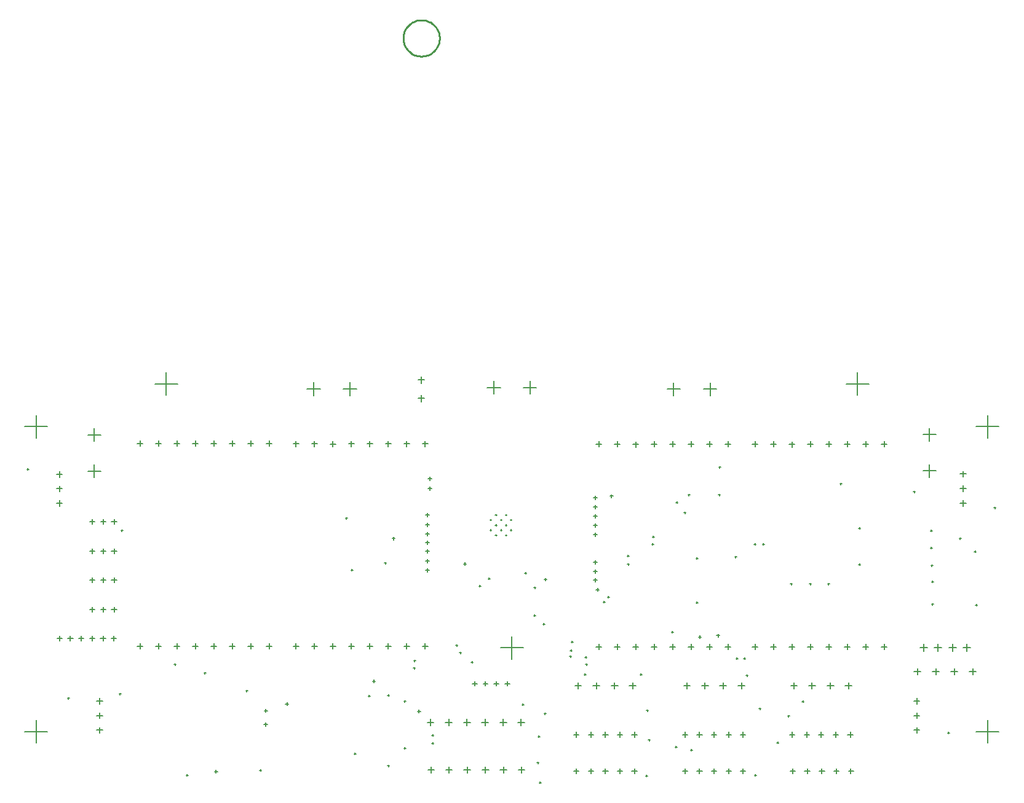
<source format=gbr>
%FSTAX23Y23*%
%MOIN*%
%SFA1B1*%

%IPPOS*%
%ADD14C,0.010000*%
%ADD15C,0.005000*%
%LNbrushed_pcb_drillmap_1-1*%
%LPD*%
G54D14*
X-00392Y02938D02*
D01*
X-00392Y02945*
X-00393Y02951*
X-00394Y02958*
X-00396Y02965*
X-00398Y02971*
X-00401Y02978*
X-00404Y02984*
X-00407Y0299*
X-00411Y02995*
X-00415Y03001*
X-0042Y03006*
X-00425Y03011*
X-0043Y03015*
X-00435Y03019*
X-00441Y03023*
X-00447Y03026*
X-00454Y03029*
X-0046Y03031*
X-00467Y03033*
X-00473Y03035*
X-0048Y03036*
X-00487Y03036*
X-00494*
X-00501Y03036*
X-00508Y03035*
X-00514Y03033*
X-00521Y03031*
X-00527Y03029*
X-00534Y03026*
X-0054Y03023*
X-00545Y03019*
X-00551Y03015*
X-00556Y03011*
X-00561Y03006*
X-00566Y03001*
X-0057Y02995*
X-00574Y0299*
X-00577Y02984*
X-0058Y02978*
X-00583Y02971*
X-00585Y02965*
X-00587Y02958*
X-00588Y02951*
X-00589Y02945*
X-00589Y02938*
X-00589Y02931*
X-00588Y02924*
X-00587Y02917*
X-00585Y02911*
X-00583Y02904*
X-0058Y02898*
X-00577Y02891*
X-00574Y02885*
X-0057Y0288*
X-00566Y02874*
X-00561Y02869*
X-00556Y02864*
X-00551Y0286*
X-00545Y02856*
X-0054Y02852*
X-00534Y02849*
X-00527Y02846*
X-00521Y02844*
X-00514Y02842*
X-00508Y02841*
X-00501Y0284*
X-00494Y02839*
X-00487*
X-0048Y0284*
X-00473Y02841*
X-00467Y02842*
X-0046Y02844*
X-00454Y02846*
X-00447Y02849*
X-00441Y02852*
X-00435Y02856*
X-0043Y0286*
X-00425Y02864*
X-0042Y02869*
X-00415Y02874*
X-00411Y0288*
X-00407Y02885*
X-00404Y02891*
X-00401Y02898*
X-00398Y02904*
X-00396Y02911*
X-00394Y02917*
X-00393Y02924*
X-00392Y02931*
X-00392Y02938*
G54D15*
X-00133Y01042D02*
X-00062D01*
X-00098Y01007D02*
Y01077D01*
X00063Y01042D02*
X00133D01*
X00098Y01007D02*
Y01077D01*
X-01731Y00738D02*
X-01701D01*
X-01716Y00723D02*
Y00753D01*
X-01831Y00738D02*
X-01801D01*
X-01816Y00723D02*
Y00753D01*
X-02299Y00589D02*
X-02228D01*
X-02263Y00554D02*
Y00625D01*
X-01931Y00738D02*
X-01901D01*
X-01916Y00723D02*
Y00753D01*
X-02031Y00738D02*
X-02001D01*
X-02016Y00723D02*
Y00753D01*
X-02299Y00786D02*
X-02228D01*
X-02263Y00751D02*
Y00821D01*
X-01086Y00737D02*
X-01056D01*
X-01071Y00722D02*
Y00752D01*
X-01186Y00737D02*
X-01156D01*
X-01171Y00722D02*
Y00752D01*
X-0111Y01034D02*
X-01039D01*
X-01074Y00999D02*
Y0107D01*
X-00886Y00737D02*
X-00856D01*
X-00871Y00722D02*
Y00752D01*
X-00986Y00736D02*
X-00956D01*
X-00971Y00721D02*
Y00751D01*
X-00913Y01034D02*
X-00842D01*
X-00877Y00999D02*
Y0107D01*
X01039Y01033D02*
X0111D01*
X01074Y00997D02*
Y01068D01*
X00756Y00735D02*
X00786D01*
X00771Y0072D02*
Y0075D01*
X00656Y00734D02*
X00686D01*
X00671Y00719D02*
Y00749D01*
X00842Y01033D02*
X00913D01*
X00877Y00997D02*
Y01068D01*
X00556Y00735D02*
X00586D01*
X00571Y0072D02*
Y0075D01*
X00456Y00735D02*
X00486D01*
X00471Y0072D02*
Y0075D01*
X02228Y00787D02*
X02299D01*
X02263Y00751D02*
Y00822D01*
X01603Y00735D02*
X01633D01*
X01618Y0072D02*
Y0075D01*
X01503Y00734D02*
X01533D01*
X01518Y00719D02*
Y00749D01*
X02228Y0059D02*
X02299D01*
X02263Y00555D02*
Y00625D01*
X01403Y00735D02*
X01433D01*
X01418Y0072D02*
Y0075D01*
X01303Y00735D02*
X01333D01*
X01318Y0072D02*
Y0075D01*
X-00458Y-00775D02*
X-00423D01*
X-00441Y-00793D02*
Y-00757D01*
X-0036Y-00775D02*
X-00325D01*
X-00342Y-00793D02*
Y-00757D01*
X-00262Y-00775D02*
X-00226D01*
X-00244Y-00793D02*
Y-00757D01*
X-00163Y-00775D02*
X-00128D01*
X-00145Y-00793D02*
Y-00757D01*
X-00065Y-00775D02*
X-00029D01*
X-00047Y-00793D02*
Y-00757D01*
X00033Y-00775D02*
X00068D01*
X0005Y-00793D02*
Y-00757D01*
X00335Y-01038D02*
X00363D01*
X00349Y-01052D02*
Y-01024D01*
X00414Y-01038D02*
X00442D01*
X00428Y-01052D02*
Y-01024D01*
X00493Y-01038D02*
X00521D01*
X00507Y-01052D02*
Y-01024D01*
X00572Y-01038D02*
X00599D01*
X00585Y-01052D02*
Y-01024D01*
X0065Y-01038D02*
X00678D01*
X00664Y-01052D02*
Y-01024D01*
X-00061Y-0037D02*
X00061D01*
X0Y-00431D02*
Y-00309D01*
X00931Y-00576D02*
X00966D01*
X00948Y-00593D02*
Y-00558D01*
X01029Y-00576D02*
X01064D01*
X01047Y-00593D02*
Y-00558D01*
X01127Y-00576D02*
X01163D01*
X01145Y-00593D02*
Y-00558D01*
X01226Y-00576D02*
X01261D01*
X01244Y-00593D02*
Y-00558D01*
X0218Y-00499D02*
X02216D01*
X02198Y-00517D02*
Y-00481D01*
X0228Y-00499D02*
X02316D01*
X02298Y-00517D02*
Y-00481D01*
X0238Y-00499D02*
X02416D01*
X02398Y-00517D02*
Y-00481D01*
X0248Y-00499D02*
X02516D01*
X02498Y-00517D02*
Y-00481D01*
X02211Y-00369D02*
X02251D01*
X02231Y-00389D02*
Y-0035D01*
X02447Y-00369D02*
X02487D01*
X02467Y-00389D02*
Y-0035D01*
X02369Y-00369D02*
X02408D01*
X02388Y-00389D02*
Y-0035D01*
X0229Y-00369D02*
X02329D01*
X0231Y-00389D02*
Y-0035D01*
X-02466Y-00318D02*
X-02438D01*
X-02452Y-00332D02*
Y-00305D01*
X-02407Y-00318D02*
X-02379D01*
X-02393Y-00332D02*
Y-00305D01*
X-02348Y-00318D02*
X-0232D01*
X-02334Y-00332D02*
Y-00305D01*
X-02289Y-00318D02*
X-02261D01*
X-02275Y-00332D02*
Y-00305D01*
X-0223Y-00318D02*
X-02202D01*
X-02216Y-00332D02*
Y-00305D01*
X-02171Y-00318D02*
X-02143D01*
X-02157Y-00332D02*
Y-00305D01*
X01811Y01062D02*
X01934D01*
X01873Y01001D02*
Y01123D01*
X0243Y00573D02*
X02462D01*
X02446Y00557D02*
Y00588D01*
X0243Y00494D02*
X02462D01*
X02446Y00478D02*
Y0051D01*
X0243Y00415D02*
X02462D01*
X02446Y00399D02*
Y00431D01*
X-01331Y-00361D02*
X-01301D01*
X-01316Y-00376D02*
Y-00346D01*
X-01431Y-00361D02*
X-01401D01*
X-01416Y-00376D02*
Y-00346D01*
X-01531Y-00361D02*
X-01501D01*
X-01516Y-00376D02*
Y-00346D01*
X-01631Y-00361D02*
X-01601D01*
X-01616Y-00376D02*
Y-00346D01*
X-01731Y-00361D02*
X-01701D01*
X-01716Y-00376D02*
Y-00346D01*
X-01831Y-00361D02*
X-01801D01*
X-01816Y-00376D02*
Y-00346D01*
X-01931Y-00361D02*
X-01901D01*
X-01916Y-00376D02*
Y-00346D01*
X-02031Y-00361D02*
X-02001D01*
X-02016Y-00376D02*
Y-00346D01*
X-01631Y00738D02*
X-01601D01*
X-01616Y00723D02*
Y00753D01*
X-01431Y00738D02*
X-01401D01*
X-01416Y00723D02*
Y00753D01*
X-01331Y00738D02*
X-01301D01*
X-01316Y00723D02*
Y00753D01*
X-01531Y00738D02*
X-01501D01*
X-01516Y00723D02*
Y00753D01*
X-00486Y-00362D02*
X-00456D01*
X-00471Y-00377D02*
Y-00347D01*
X-00586Y-00362D02*
X-00556D01*
X-00571Y-00377D02*
Y-00347D01*
X-00686Y-00362D02*
X-00656D01*
X-00671Y-00377D02*
Y-00347D01*
X-00786Y-00362D02*
X-00756D01*
X-00771Y-00377D02*
Y-00347D01*
X-00886Y-00362D02*
X-00856D01*
X-00871Y-00377D02*
Y-00347D01*
X-00986Y-00362D02*
X-00956D01*
X-00971Y-00377D02*
Y-00347D01*
X-01086Y-00362D02*
X-01056D01*
X-01071Y-00377D02*
Y-00347D01*
X-01186Y-00362D02*
X-01156D01*
X-01171Y-00377D02*
Y-00347D01*
X-00786Y00737D02*
X-00756D01*
X-00771Y00722D02*
Y00752D01*
X-00586Y00737D02*
X-00556D01*
X-00571Y00722D02*
Y00752D01*
X-00486Y00737D02*
X-00456D01*
X-00471Y00722D02*
Y00752D01*
X-00686Y00737D02*
X-00656D01*
X-00671Y00722D02*
Y00752D01*
X01156Y-00364D02*
X01186D01*
X01171Y-00379D02*
Y-00349D01*
X01056Y-00364D02*
X01086D01*
X01071Y-00379D02*
Y-00349D01*
X00956Y-00364D02*
X00986D01*
X00971Y-00379D02*
Y-00349D01*
X00856Y-00364D02*
X00886D01*
X00871Y-00379D02*
Y-00349D01*
X00756Y-00364D02*
X00786D01*
X00771Y-00379D02*
Y-00349D01*
X00656Y-00364D02*
X00686D01*
X00671Y-00379D02*
Y-00349D01*
X00556Y-00364D02*
X00586D01*
X00571Y-00379D02*
Y-00349D01*
X00456Y-00364D02*
X00486D01*
X00471Y-00379D02*
Y-00349D01*
X00856Y00735D02*
X00886D01*
X00871Y0072D02*
Y0075D01*
X01056Y00735D02*
X01086D01*
X01071Y0072D02*
Y0075D01*
X01156Y00735D02*
X01186D01*
X01171Y0072D02*
Y0075D01*
X00956Y00735D02*
X00986D01*
X00971Y0072D02*
Y0075D01*
X02003Y-00364D02*
X02033D01*
X02018Y-00379D02*
Y-00349D01*
X01903Y-00364D02*
X01933D01*
X01918Y-00379D02*
Y-00349D01*
X01803Y-00364D02*
X01833D01*
X01818Y-00379D02*
Y-00349D01*
X01703Y-00364D02*
X01733D01*
X01718Y-00379D02*
Y-00349D01*
X01603Y-00364D02*
X01633D01*
X01618Y-00379D02*
Y-00349D01*
X01503Y-00364D02*
X01533D01*
X01518Y-00379D02*
Y-00349D01*
X01403Y-00364D02*
X01433D01*
X01418Y-00379D02*
Y-00349D01*
X01303Y-00364D02*
X01333D01*
X01318Y-00379D02*
Y-00349D01*
X01703Y00735D02*
X01733D01*
X01718Y0072D02*
Y0075D01*
X01903Y00735D02*
X01933D01*
X01918Y0072D02*
Y0075D01*
X02003Y00735D02*
X02033D01*
X02018Y0072D02*
Y0075D01*
X01803Y00735D02*
X01833D01*
X01818Y0072D02*
Y0075D01*
X-0225Y-00816D02*
X-02218D01*
X-02234Y-00832D02*
Y-00801D01*
X-0225Y-00738D02*
X-02218D01*
X-02234Y-00753D02*
Y-00722D01*
X-0225Y-00659D02*
X-02218D01*
X-02234Y-00675D02*
Y-00643D01*
X-02468Y00414D02*
X-02437D01*
X-02452Y00399D02*
Y0043D01*
X-02468Y00493D02*
X-02437D01*
X-02452Y00477D02*
Y00509D01*
X-02468Y00572D02*
X-02437D01*
X-02452Y00556D02*
Y00588D01*
X0124Y-00841D02*
X01267D01*
X01253Y-00855D02*
Y-00827D01*
X0065Y-00841D02*
X00678D01*
X00664Y-00855D02*
Y-00827D01*
X0124Y-01038D02*
X01267D01*
X01253Y-01052D02*
Y-01024D01*
X01824Y-01038D02*
X01851D01*
X01837Y-01052D02*
Y-01024D01*
X0182Y-00841D02*
X01848D01*
X01834Y-00855D02*
Y-00827D01*
X-02288Y-00162D02*
X-0226D01*
X-02274Y-00176D02*
Y-00148D01*
X-02288Y00155D02*
X-0226D01*
X-02274Y00141D02*
Y00168D01*
X-02288Y00314D02*
X-0226D01*
X-02274Y00301D02*
Y00328D01*
X-02288Y-00002D02*
X-0226D01*
X-02274Y-00016D02*
Y00011D01*
X-0217Y00314D02*
X-02142D01*
X-02156Y00301D02*
Y00328D01*
X-02229Y00314D02*
X-02201D01*
X-02215Y00301D02*
Y00328D01*
X-02229Y00155D02*
X-02201D01*
X-02215Y00141D02*
Y00168D01*
X-0217Y00155D02*
X-02142D01*
X-02156Y00141D02*
Y00168D01*
X-02229Y-00002D02*
X-02201D01*
X-02215Y-00016D02*
Y00011D01*
X-0217Y-00002D02*
X-02142D01*
X-02156Y-00016D02*
Y00011D01*
X-02229Y-00162D02*
X-02201D01*
X-02215Y-00176D02*
Y-00148D01*
X-0217Y-00162D02*
X-02142D01*
X-02156Y-00176D02*
Y-00148D01*
X-00035Y00241D02*
X-00027D01*
X-00031Y00237D02*
Y00245D01*
X-0009Y00241D02*
X-00082D01*
X-00086Y00237D02*
Y00245D01*
X-00035Y00296D02*
X-00027D01*
X-00031Y00292D02*
Y003D01*
X-0009Y00296D02*
X-00082D01*
X-00086Y00292D02*
Y003D01*
X-00035Y00351D02*
X-00027D01*
X-00031Y00348D02*
Y00355D01*
X-0009Y00351D02*
X-00082D01*
X-00086Y00348D02*
Y00355D01*
X-00007Y00269D02*
X0D01*
X-00003Y00265D02*
Y00273D01*
X-00062Y00269D02*
X-00055D01*
X-00059Y00265D02*
Y00273D01*
X-00118Y00269D02*
X-0011D01*
X-00114Y00265D02*
Y00273D01*
X-00007Y00324D02*
X0D01*
X-00003Y0032D02*
Y00328D01*
X-00118Y00324D02*
X-0011D01*
X-00114Y0032D02*
Y00328D01*
X-00062Y00324D02*
X-00055D01*
X-00059Y0032D02*
Y00328D01*
X-00509Y01084D02*
X-00474D01*
X-00492Y01066D02*
Y01101D01*
X-00509Y00984D02*
X-00474D01*
X-00492Y00966D02*
Y01001D01*
X-00456Y-01032D02*
X-00421D01*
X-00439Y-0105D02*
Y-01014D01*
X-00358Y-01032D02*
X-00323D01*
X-0034Y-0105D02*
Y-01014D01*
X-0026Y-01032D02*
X-00224D01*
X-00242Y-0105D02*
Y-01014D01*
X-00161Y-01032D02*
X-00126D01*
X-00143Y-0105D02*
Y-01014D01*
X-00063Y-01032D02*
X-00027D01*
X-00045Y-0105D02*
Y-01014D01*
X00035Y-01032D02*
X0007D01*
X00052Y-0105D02*
Y-01014D01*
X00925Y-00841D02*
X00952D01*
X00938Y-00855D02*
Y-00827D01*
X01003Y-00841D02*
X01031D01*
X01017Y-00855D02*
Y-00827D01*
X01082Y-00841D02*
X0111D01*
X01096Y-00855D02*
Y-00827D01*
X01161Y-00841D02*
X01188D01*
X01175Y-00855D02*
Y-00827D01*
X00637Y-00576D02*
X00673D01*
X00655Y-00593D02*
Y-00558D01*
X00539Y-00576D02*
X00574D01*
X00557Y-00593D02*
Y-00558D01*
X0044Y-00576D02*
X00476D01*
X00458Y-00593D02*
Y-00558D01*
X00342Y-00576D02*
X00377D01*
X0036Y-00593D02*
Y-00558D01*
X01807Y-00576D02*
X01842D01*
X01824Y-00593D02*
Y-00558D01*
X01708Y-00576D02*
X01744D01*
X01726Y-00593D02*
Y-00558D01*
X0161Y-00576D02*
X01645D01*
X01627Y-00593D02*
Y-00558D01*
X01511Y-00576D02*
X01547D01*
X01529Y-00593D02*
Y-00558D01*
X-0264Y-00824D02*
X-02517D01*
X-02579Y-00885D02*
Y-00763D01*
X02517Y-00824D02*
X0264D01*
X02579Y-00885D02*
Y-00763D01*
X02517Y0083D02*
X0264D01*
X02579Y00769D02*
Y00891D01*
X-01934Y01062D02*
X-01811D01*
X-01873Y01001D02*
Y01123D01*
X-0264Y0083D02*
X-02517D01*
X-02579Y00769D02*
Y00891D01*
X-00215Y-00564D02*
X-00189D01*
X-00202Y-00577D02*
Y-00552D01*
X-00156Y-00564D02*
X-0013D01*
X-00143Y-00577D02*
Y-00552D01*
X-00097Y-00564D02*
X-00071D01*
X-00084Y-00577D02*
Y-00552D01*
X-00038Y-00564D02*
X-00012D01*
X-00025Y-00577D02*
Y-00552D01*
X00572Y-00841D02*
X00599D01*
X00585Y-00855D02*
Y-00827D01*
X00493Y-00841D02*
X00521D01*
X00507Y-00855D02*
Y-00827D01*
X00414Y-00841D02*
X00442D01*
X00428Y-00855D02*
Y-00827D01*
X00335Y-00841D02*
X00363D01*
X00349Y-00855D02*
Y-00827D01*
X01161Y-01038D02*
X01188D01*
X01175Y-01052D02*
Y-01024D01*
X01082Y-01038D02*
X0111D01*
X01096Y-01052D02*
Y-01024D01*
X01003Y-01038D02*
X01031D01*
X01017Y-01052D02*
Y-01024D01*
X00925Y-01038D02*
X00952D01*
X00938Y-01052D02*
Y-01024D01*
X01745Y-01038D02*
X01773D01*
X01759Y-01052D02*
Y-01024D01*
X01666Y-01038D02*
X01694D01*
X0168Y-01052D02*
Y-01024D01*
X01587Y-01038D02*
X01615D01*
X01601Y-01052D02*
Y-01024D01*
X01509Y-01038D02*
X01536D01*
X01523Y-01052D02*
Y-01024D01*
X01742Y-00841D02*
X01769D01*
X01755Y-00855D02*
Y-00827D01*
X01663Y-00841D02*
X0169D01*
X01677Y-00855D02*
Y-00827D01*
X01584Y-00841D02*
X01612D01*
X01598Y-00855D02*
Y-00827D01*
X01505Y-00841D02*
X01533D01*
X01519Y-00855D02*
Y-00827D01*
X02179Y-00659D02*
X0221D01*
X02195Y-00675D02*
Y-00643D01*
X02179Y-00738D02*
X0221D01*
X02195Y-00753D02*
Y-00722D01*
X02179Y-00816D02*
X0221D01*
X02195Y-00832D02*
Y-00801D01*
X0188Y00278D02*
X0189D01*
X01885Y00273D02*
Y00283D01*
X00998Y-00125D02*
X01008D01*
X01003Y-0013D02*
Y-0012D01*
X02176Y00477D02*
X02186D01*
X02181Y00472D02*
Y00482D01*
X01778Y0052D02*
X01788D01*
X01783Y00515D02*
Y00525D01*
X00889Y00418D02*
X00899D01*
X00894Y00413D02*
Y00423D01*
X00933Y00364D02*
X00943D01*
X00938Y00359D02*
Y00369D01*
X-00303Y-00357D02*
X-00293D01*
X-00298Y-00362D02*
Y-00352D01*
X-00284Y-00397D02*
X-00274D01*
X-00279Y-00402D02*
Y-00392D01*
X-00856Y-00944D02*
X-00846D01*
X-00851Y-00949D02*
Y-00939D01*
X-00533Y-0048D02*
X-00523D01*
X-00528Y-00485D02*
Y-00475D01*
X-00902Y00333D02*
X-00892D01*
X-00897Y00328D02*
Y00338D01*
X00442Y-00002D02*
X00461D01*
X00451Y-00012D02*
Y00007D01*
X00442Y00296D02*
X00461D01*
X00451Y00286D02*
Y00306D01*
X00055Y-00678D02*
X00065D01*
X0006Y-00683D02*
Y-00673D01*
X-01766Y-01062D02*
X-01756D01*
X-01761Y-01067D02*
Y-01057D01*
X00532Y00453D02*
X00548D01*
X0054Y00445D02*
Y00461D01*
X00399Y-00459D02*
X00409D01*
X00404Y-00464D02*
Y-00454D01*
X-00511Y-00715D02*
X-00496D01*
X-00503Y-00723D02*
Y-00707D01*
X-00755Y-00551D02*
X-0074D01*
X-00748Y-00559D02*
Y-00543D01*
X-01227Y-00674D02*
X-01211D01*
X-01219Y-00682D02*
Y-00666D01*
X00626Y00083D02*
X00636D01*
X00631Y00078D02*
Y00088D01*
X00625Y00129D02*
X00635D01*
X0063Y00124D02*
Y00134D01*
X00457Y-00054D02*
X00473D01*
X00465Y-00062D02*
Y-00046D01*
X-01612Y-01041D02*
X-01596D01*
X-01604Y-01049D02*
Y-01033D01*
X-00262Y00085D02*
X-00247D01*
X-00254Y00077D02*
Y00093D01*
X00175Y0D02*
X0019D01*
X00183Y-00006D02*
Y00008D01*
X-00649Y00224D02*
X-00633D01*
X-00641Y00216D02*
Y00232D01*
X-01669Y-00506D02*
X-01659D01*
X-01664Y-00511D02*
Y-00501D01*
X-02129Y-00619D02*
X-02119D01*
X-02124Y-00624D02*
Y-00614D01*
X00148Y-01101D02*
X00158D01*
X00153Y-01106D02*
Y-01096D01*
X01358Y00192D02*
X01368D01*
X01363Y00187D02*
Y00197D01*
X00761Y00232D02*
X00771D01*
X00766Y00227D02*
Y00237D01*
X01313Y00192D02*
X01323D01*
X01318Y00187D02*
Y00197D01*
X00758Y00192D02*
X00768D01*
X00763Y00187D02*
Y00197D01*
X02506Y00152D02*
X02516D01*
X02511Y00147D02*
Y00157D01*
X02424Y00224D02*
X02434D01*
X02429Y00219D02*
Y00229D01*
X02513Y-00138D02*
X02523D01*
X02518Y-00143D02*
Y-00133D01*
X02274Y-00133D02*
X02284D01*
X02279Y-00138D02*
Y-00128D01*
X01711Y-00023D02*
X01721D01*
X01716Y-00028D02*
Y-00018D01*
X01208Y00123D02*
X01218D01*
X01213Y00118D02*
Y00128D01*
X0188Y00082D02*
X0189D01*
X01885Y00077D02*
Y00087D01*
X00998Y00115D02*
X01008D01*
X01003Y0011D02*
Y0012D01*
X00865Y-00285D02*
X00875D01*
X0087Y-0029D02*
Y-0028D01*
X01573Y-00661D02*
X01583D01*
X01578Y-00666D02*
Y-00656D01*
X01495Y-0074D02*
X01505D01*
X015Y-00745D02*
Y-00735D01*
X0134Y-00699D02*
X0135D01*
X01345Y-00704D02*
Y-00694D01*
X01437Y-00884D02*
X01447D01*
X01442Y-00889D02*
Y-00879D01*
X00442Y00446D02*
X00461D01*
X00451Y00436D02*
Y00455D01*
X01121Y0061D02*
X01131D01*
X01126Y00605D02*
Y00615D01*
X0112Y0046D02*
X0113D01*
X01125Y00455D02*
Y00465D01*
X00955Y00461D02*
X00965D01*
X0096Y00456D02*
Y00466D01*
X-00673Y-00628D02*
X-00663D01*
X-00668Y-00633D02*
Y-00623D01*
X-00586Y-00659D02*
X-00576D01*
X-00581Y-00664D02*
Y-00654D01*
X0127Y-00519D02*
X0128D01*
X01275Y-00524D02*
Y-00514D01*
X00968Y-00924D02*
X00978D01*
X00973Y-00929D02*
Y-00919D01*
X00884Y-00908D02*
X00894D01*
X00889Y-00913D02*
Y-00903D01*
X0074Y-0087D02*
X0075D01*
X00745Y-00875D02*
Y-00865D01*
X00729Y-00709D02*
X00739D01*
X00734Y-00714D02*
Y-00704D01*
X00317Y-00384D02*
X00327D01*
X00322Y-00389D02*
Y-00379D01*
X00313Y-00417D02*
X00323D01*
X00318Y-00422D02*
Y-00412D01*
X00695Y-00515D02*
X00705D01*
X007Y-0052D02*
Y-0051D01*
X00392Y-00515D02*
X00402D01*
X00397Y-0052D02*
Y-0051D01*
X01011Y-00311D02*
X01027D01*
X01019Y-00318D02*
Y-00303D01*
X01257Y-00428D02*
X01267D01*
X01262Y-00433D02*
Y-00423D01*
X01215Y-00428D02*
X01225D01*
X0122Y-00433D02*
Y-00423D01*
X-00129Y00005D02*
X-00119D01*
X-00124Y0D02*
Y0001D01*
X00495Y-00122D02*
X00505D01*
X005Y-00127D02*
Y-00117D01*
X00518Y-00094D02*
X00528D01*
X00523Y-00099D02*
Y-00089D01*
X0111Y-00303D02*
X01125D01*
X01118Y-00311D02*
Y-00295D01*
X00396Y-00421D02*
X00406D01*
X00401Y-00426D02*
Y-00416D01*
X00321Y-00338D02*
X00331D01*
X00326Y-00343D02*
Y-00333D01*
X-00467Y00102D02*
X-00447D01*
X-00457Y00092D02*
Y00112D01*
X-00467Y00153D02*
X-00447D01*
X-00457Y00143D02*
Y00163D01*
X-00179Y-00034D02*
X-00169D01*
X-00174Y-00039D02*
Y-00029D01*
X-00467Y00051D02*
X-00447D01*
X-00457Y00041D02*
Y00061D01*
X-00872Y00052D02*
X-00862D01*
X-00867Y00047D02*
Y00057D01*
X0012Y-00043D02*
X0013D01*
X00125Y-00048D02*
Y-00038D01*
X-00221Y-00448D02*
X-00211D01*
X-00216Y-00453D02*
Y-00443D01*
X00069Y00035D02*
X00079D01*
X00074Y0003D02*
Y0004D01*
X00142Y-00851D02*
X00152D01*
X00147Y-00856D02*
Y-00846D01*
X00136Y-00993D02*
X00146D01*
X00141Y-00998D02*
Y-00988D01*
X-00586Y-00914D02*
X-00576D01*
X-00581Y-00919D02*
Y-00909D01*
X00168Y-00241D02*
X00178D01*
X00173Y-00246D02*
Y-00236D01*
X00118Y-00195D02*
X00128D01*
X00123Y-002D02*
Y-0019D01*
X-02119Y00267D02*
X-02109D01*
X-02114Y00262D02*
Y00272D01*
X01315Y-01061D02*
X01325D01*
X0132Y-01066D02*
Y-01056D01*
X-00532Y-0044D02*
X-00522D01*
X-00527Y-00445D02*
Y-00435D01*
X00442Y00044D02*
X00461D01*
X00451Y00034D02*
Y00054D01*
X00442Y00095D02*
X00461D01*
X00451Y00085D02*
Y00105D01*
X00442Y00245D02*
X00461D01*
X00451Y00235D02*
Y00255D01*
X00442Y00343D02*
X00461D01*
X00451Y00333D02*
Y00353D01*
X-01367Y-01035D02*
X-01357D01*
X-01362Y-0104D02*
Y-0103D01*
X-02409Y-00643D02*
X-02399D01*
X-02404Y-00648D02*
Y-00638D01*
X-0069Y0009D02*
X-0068D01*
X-00685Y00085D02*
Y00095D01*
X-01344Y-00787D02*
X-01324D01*
X-01334Y-00797D02*
Y-00777D01*
X-01341Y-00711D02*
X-01325D01*
X-01333Y-00718D02*
Y-00703D01*
X-01831Y-0046D02*
X-01821D01*
X-01826Y-00465D02*
Y-00455D01*
X-00779Y-00632D02*
X-00769D01*
X-00774Y-00637D02*
Y-00627D01*
X00724Y-01065D02*
X00734D01*
X00729Y-0107D02*
Y-0106D01*
X-00673Y-01009D02*
X-00663D01*
X-00668Y-01014D02*
Y-01004D01*
X-01442Y-00603D02*
X-01432D01*
X-01437Y-00608D02*
Y-00598D01*
X-00433Y-00844D02*
X-00423D01*
X-00428Y-00849D02*
Y-00839D01*
X-00433Y-00888D02*
X-00423D01*
X-00428Y-00893D02*
Y-00883D01*
X02268Y00266D02*
X02278D01*
X02273Y00261D02*
Y00271D01*
X02274Y-00012D02*
X02284D01*
X02279Y-00017D02*
Y-00007D01*
X02272Y00077D02*
X02282D01*
X02277Y00072D02*
Y00082D01*
X02268Y00172D02*
X02278D01*
X02273Y00167D02*
Y00177D01*
X01613Y-00023D02*
X01623D01*
X01618Y-00028D02*
Y-00018D01*
X0151Y-00023D02*
X0152D01*
X01515Y-00028D02*
Y-00018D01*
X-00467Y0035D02*
X-00447D01*
X-00457Y0034D02*
Y0036D01*
X-02629Y00598D02*
X-02619D01*
X-02624Y00593D02*
Y00603D01*
X02613Y0039D02*
X02623D01*
X02618Y00385D02*
Y00395D01*
X02362Y-00832D02*
X02372D01*
X02367Y-00837D02*
Y-00827D01*
X00442Y00394D02*
X00461D01*
X00451Y00384D02*
Y00404D01*
X00175Y-00727D02*
X00185D01*
X0018Y-00732D02*
Y-00722D01*
X-00453Y00496D02*
X-00434D01*
X-00443Y00486D02*
Y00505D01*
X-00453Y00547D02*
X-00434D01*
X-00443Y00537D02*
Y00557D01*
X-00467Y002D02*
X-00447D01*
X-00457Y0019D02*
Y0021D01*
X-00467Y00248D02*
X-00447D01*
X-00457Y00238D02*
Y00257D01*
X-00467Y00299D02*
X-00447D01*
X-00457Y00289D02*
Y00309D01*
M02*
</source>
